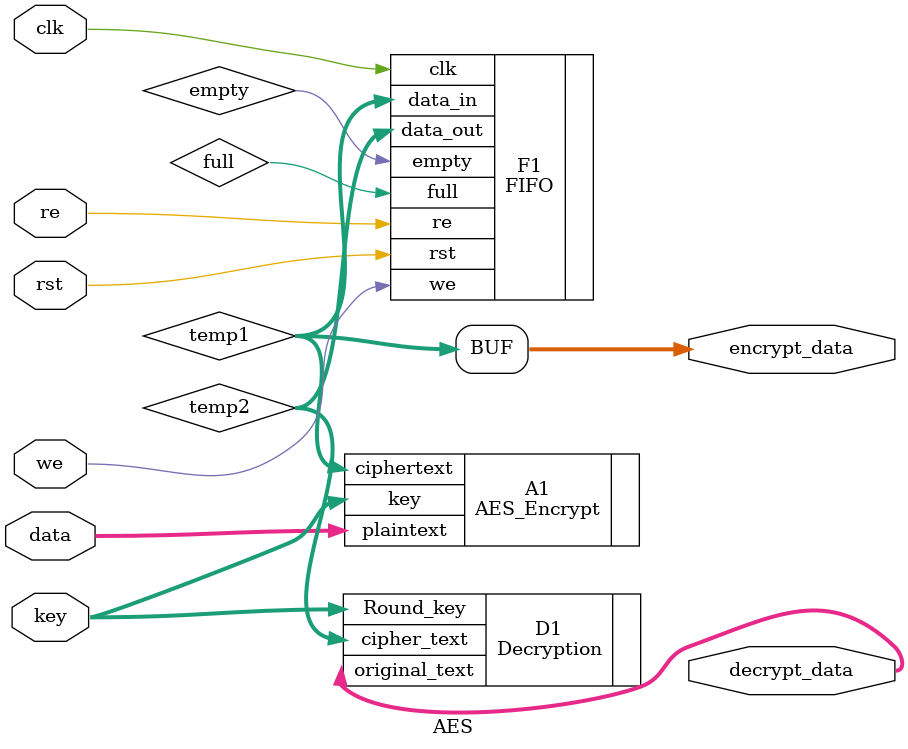
<source format=v>
 `include"AES_Encrypt.v"
 `include"Decryption.v"
 `include"FIFO.v"
 `include"AddRoundKey.v"
 `include "Scoreboard.v"

module AES(
  input clk,
  input rst,
  input [63:0] data,
  input [63:0] key,
  input we,
  input re,
  output [63:0] encrypt_data,
  output [63:0] decrypt_data
);
  
  wire [63:0] temp1;
  wire [63:0] temp2;
  reg full;
  reg empty;
  
  AES_Encrypt A1( .plaintext(data), .key(key), .ciphertext(temp1));
  
  assign encrypt_data = temp1;
  
  FIFO F1(.clk(clk), .we(we), .re(re), .rst(rst), .data_in(temp1), .data_out(temp2), .full(full), .empty(empty) );
  
  Decryption D1(.cipher_text(temp2), .Round_key(key), .original_text(decrypt_data));
  
    wire match_result;

  Scoreboard SB (.original_data(data_in), .decrypted_data(decrypted_data), .match_result(match_result));
  
  
endmodule

</source>
